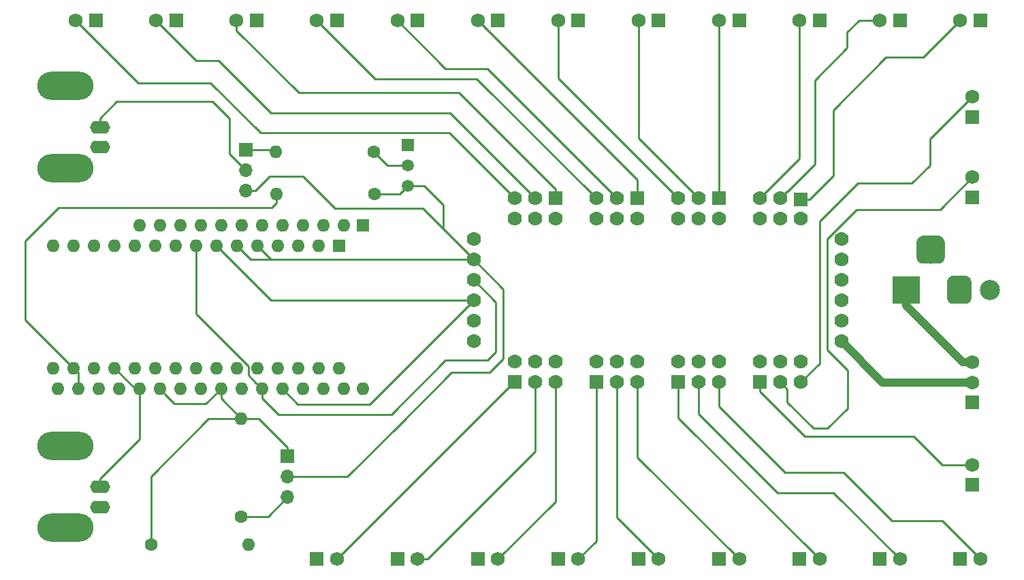
<source format=gbr>
G04 #@! TF.GenerationSoftware,KiCad,Pcbnew,(5.0.0)*
G04 #@! TF.CreationDate,2020-02-26T19:19:19+00:00*
G04 #@! TF.ProjectId,LED Zappelin,4C4544205A617070656C696E2E6B6963,rev?*
G04 #@! TF.SameCoordinates,Original*
G04 #@! TF.FileFunction,Copper,L1,Top,Signal*
G04 #@! TF.FilePolarity,Positive*
%FSLAX46Y46*%
G04 Gerber Fmt 4.6, Leading zero omitted, Abs format (unit mm)*
G04 Created by KiCad (PCBNEW (5.0.0)) date 02/26/20 19:19:19*
%MOMM*%
%LPD*%
G01*
G04 APERTURE LIST*
G04 #@! TA.AperFunction,ComponentPad*
%ADD10R,1.700000X1.700000*%
G04 #@! TD*
G04 #@! TA.AperFunction,ComponentPad*
%ADD11O,1.700000X1.700000*%
G04 #@! TD*
G04 #@! TA.AperFunction,ComponentPad*
%ADD12O,1.600000X1.600000*%
G04 #@! TD*
G04 #@! TA.AperFunction,ComponentPad*
%ADD13C,1.600000*%
G04 #@! TD*
G04 #@! TA.AperFunction,ComponentPad*
%ADD14R,1.500000X1.500000*%
G04 #@! TD*
G04 #@! TA.AperFunction,ComponentPad*
%ADD15C,1.500000*%
G04 #@! TD*
G04 #@! TA.AperFunction,ComponentPad*
%ADD16C,1.750000*%
G04 #@! TD*
G04 #@! TA.AperFunction,ComponentPad*
%ADD17R,1.750000X1.750000*%
G04 #@! TD*
G04 #@! TA.AperFunction,ComponentPad*
%ADD18R,1.600000X1.600000*%
G04 #@! TD*
G04 #@! TA.AperFunction,ComponentPad*
%ADD19C,1.778000*%
G04 #@! TD*
G04 #@! TA.AperFunction,ComponentPad*
%ADD20R,1.778000X1.778000*%
G04 #@! TD*
G04 #@! TA.AperFunction,ComponentPad*
%ADD21O,2.499360X1.600200*%
G04 #@! TD*
G04 #@! TA.AperFunction,ComponentPad*
%ADD22O,7.000240X3.500120*%
G04 #@! TD*
G04 #@! TA.AperFunction,ComponentPad*
%ADD23C,2.500000*%
G04 #@! TD*
G04 #@! TA.AperFunction,ComponentPad*
%ADD24R,3.500000X3.500000*%
G04 #@! TD*
G04 #@! TA.AperFunction,Conductor*
%ADD25C,0.100000*%
G04 #@! TD*
G04 #@! TA.AperFunction,ComponentPad*
%ADD26C,3.000000*%
G04 #@! TD*
G04 #@! TA.AperFunction,ComponentPad*
%ADD27C,3.500000*%
G04 #@! TD*
G04 #@! TA.AperFunction,Conductor*
%ADD28C,0.250000*%
G04 #@! TD*
G04 #@! TA.AperFunction,Conductor*
%ADD29C,1.000000*%
G04 #@! TD*
G04 APERTURE END LIST*
D10*
G04 #@! TO.P,,1*
G04 #@! TO.N,Net-(A1-Pad23)*
X95850000Y-103200000D03*
D11*
G04 #@! TO.P,,2*
X95850000Y-105740000D03*
G04 #@! TO.P,,3*
G04 #@! TO.N,Net-(A2-Pad20)*
X95850000Y-108280000D03*
G04 #@! TD*
D12*
G04 #@! TO.P,,2*
G04 #@! TO.N,Net-(Q1-Pad2)*
X94370000Y-65300000D03*
D13*
G04 #@! TO.P,,1*
X106550000Y-65300000D03*
G04 #@! TD*
D12*
G04 #@! TO.P,,2*
G04 #@! TO.N,Net-(A1-Pad16)*
X94470000Y-70600000D03*
D13*
G04 #@! TO.P,,1*
G04 #@! TO.N,Net-(A1-Pad23)*
X106650000Y-70600000D03*
G04 #@! TD*
D14*
G04 #@! TO.P,2N5089,1*
G04 #@! TO.N,GNDREF*
X110800000Y-64500000D03*
D15*
G04 #@! TO.P,2N5089,3*
G04 #@! TO.N,Net-(A1-Pad23)*
X110800000Y-69580000D03*
G04 #@! TO.P,2N5089,2*
G04 #@! TO.N,Net-(Q1-Pad2)*
X110800000Y-67040000D03*
G04 #@! TD*
D16*
G04 #@! TO.P,,2*
G04 #@! TO.N,Net-(J25-Pad1)*
X69500000Y-49000000D03*
D17*
G04 #@! TO.P,,1*
G04 #@! TO.N,Net-(J24-Pad1)*
X72000000Y-49000000D03*
G04 #@! TD*
D16*
G04 #@! TO.P,,2*
G04 #@! TO.N,Net-(J25-Pad1)*
X79500000Y-49000000D03*
D17*
G04 #@! TO.P,,1*
G04 #@! TO.N,Net-(J23-Pad1)*
X82000000Y-49000000D03*
G04 #@! TD*
D16*
G04 #@! TO.P,,2*
G04 #@! TO.N,Net-(J25-Pad1)*
X89500000Y-49000000D03*
D17*
G04 #@! TO.P,,1*
G04 #@! TO.N,Net-(J22-Pad1)*
X92000000Y-49000000D03*
G04 #@! TD*
D16*
G04 #@! TO.P,,2*
G04 #@! TO.N,Net-(J25-Pad1)*
X99500000Y-49000000D03*
D17*
G04 #@! TO.P,,1*
G04 #@! TO.N,Net-(J21-Pad1)*
X102000000Y-49000000D03*
G04 #@! TD*
D16*
G04 #@! TO.P,,2*
G04 #@! TO.N,Net-(J25-Pad1)*
X109500000Y-49000000D03*
D17*
G04 #@! TO.P,,1*
G04 #@! TO.N,Net-(J20-Pad1)*
X112000000Y-49000000D03*
G04 #@! TD*
D16*
G04 #@! TO.P,,2*
G04 #@! TO.N,Net-(J25-Pad1)*
X119500000Y-49000000D03*
D17*
G04 #@! TO.P,,1*
G04 #@! TO.N,Net-(J19-Pad1)*
X122000000Y-49000000D03*
G04 #@! TD*
D16*
G04 #@! TO.P,,2*
G04 #@! TO.N,Net-(J25-Pad1)*
X129500000Y-49000000D03*
D17*
G04 #@! TO.P,,1*
G04 #@! TO.N,Net-(J18-Pad1)*
X132000000Y-49000000D03*
G04 #@! TD*
D16*
G04 #@! TO.P,,2*
G04 #@! TO.N,Net-(J25-Pad1)*
X139500000Y-49000000D03*
D17*
G04 #@! TO.P,,1*
G04 #@! TO.N,Net-(J17-Pad1)*
X142000000Y-49000000D03*
G04 #@! TD*
D16*
G04 #@! TO.P,,2*
G04 #@! TO.N,Net-(J25-Pad1)*
X149500000Y-49000000D03*
D17*
G04 #@! TO.P,,1*
G04 #@! TO.N,Net-(J16-Pad1)*
X152000000Y-49000000D03*
G04 #@! TD*
D16*
G04 #@! TO.P,,2*
G04 #@! TO.N,Net-(J25-Pad1)*
X159500000Y-49000000D03*
D17*
G04 #@! TO.P,,1*
G04 #@! TO.N,Net-(J15-Pad1)*
X162000000Y-49000000D03*
G04 #@! TD*
D16*
G04 #@! TO.P,,2*
G04 #@! TO.N,Net-(J25-Pad1)*
X169500000Y-49000000D03*
D17*
G04 #@! TO.P,,1*
G04 #@! TO.N,Net-(J14-Pad1)*
X172000000Y-49000000D03*
G04 #@! TD*
D16*
G04 #@! TO.P,,2*
G04 #@! TO.N,Net-(J25-Pad1)*
X179500000Y-49000000D03*
D17*
G04 #@! TO.P,,1*
G04 #@! TO.N,Net-(J13-Pad1)*
X182000000Y-49000000D03*
G04 #@! TD*
G04 #@! TO.P,,1*
G04 #@! TO.N,Net-(J12-Pad1)*
X181000000Y-61000000D03*
D16*
G04 #@! TO.P,,2*
G04 #@! TO.N,Net-(J25-Pad1)*
X181000000Y-58500000D03*
G04 #@! TD*
D17*
G04 #@! TO.P,,1*
G04 #@! TO.N,Net-(J11-Pad1)*
X181000000Y-71000000D03*
D16*
G04 #@! TO.P,,2*
G04 #@! TO.N,Net-(J25-Pad1)*
X181000000Y-68500000D03*
G04 #@! TD*
D17*
G04 #@! TO.P,,1*
G04 #@! TO.N,Net-(J10-Pad1)*
X181000000Y-106750000D03*
D16*
G04 #@! TO.P,,2*
G04 #@! TO.N,Net-(J25-Pad1)*
X181000000Y-104250000D03*
G04 #@! TD*
G04 #@! TO.P,,2*
G04 #@! TO.N,Net-(J25-Pad1)*
X182000000Y-116000000D03*
D17*
G04 #@! TO.P,,1*
G04 #@! TO.N,Net-(J9-Pad1)*
X179500000Y-116000000D03*
G04 #@! TD*
D16*
G04 #@! TO.P,,2*
G04 #@! TO.N,Net-(J25-Pad1)*
X172000000Y-116000000D03*
D17*
G04 #@! TO.P,,1*
G04 #@! TO.N,Net-(J8-Pad1)*
X169500000Y-116000000D03*
G04 #@! TD*
D16*
G04 #@! TO.P,,2*
G04 #@! TO.N,Net-(J25-Pad1)*
X162000000Y-116000000D03*
D17*
G04 #@! TO.P,,1*
G04 #@! TO.N,Net-(J7-Pad1)*
X159500000Y-116000000D03*
G04 #@! TD*
D16*
G04 #@! TO.P,,2*
G04 #@! TO.N,Net-(J25-Pad1)*
X152000000Y-116000000D03*
D17*
G04 #@! TO.P,,1*
G04 #@! TO.N,Net-(J6-Pad1)*
X149500000Y-116000000D03*
G04 #@! TD*
D16*
G04 #@! TO.P,,2*
G04 #@! TO.N,Net-(J25-Pad1)*
X142000000Y-116000000D03*
D17*
G04 #@! TO.P,,1*
G04 #@! TO.N,Net-(J5-Pad1)*
X139500000Y-116000000D03*
G04 #@! TD*
D16*
G04 #@! TO.P,,2*
G04 #@! TO.N,Net-(J25-Pad1)*
X132000000Y-116000000D03*
D17*
G04 #@! TO.P,,1*
G04 #@! TO.N,Net-(J4-Pad1)*
X129500000Y-116000000D03*
G04 #@! TD*
D16*
G04 #@! TO.P,,2*
G04 #@! TO.N,Net-(J25-Pad1)*
X122000000Y-116000000D03*
D17*
G04 #@! TO.P,,1*
G04 #@! TO.N,Net-(J3-Pad1)*
X119500000Y-116000000D03*
G04 #@! TD*
D16*
G04 #@! TO.P,,2*
G04 #@! TO.N,Net-(J25-Pad1)*
X112000000Y-116000000D03*
D17*
G04 #@! TO.P,,1*
G04 #@! TO.N,Net-(J2-Pad1)*
X109500000Y-116000000D03*
G04 #@! TD*
G04 #@! TO.P,,1*
G04 #@! TO.N,Net-(J1-Pad1)*
X99500000Y-116000000D03*
D16*
G04 #@! TO.P,,2*
G04 #@! TO.N,Net-(J25-Pad1)*
X102000000Y-116000000D03*
G04 #@! TD*
D12*
G04 #@! TO.P,,2*
G04 #@! TO.N,GNDREF*
X91030000Y-114200000D03*
D13*
G04 #@! TO.P,,1*
G04 #@! TO.N,Net-(A1-Pad23)*
X78850000Y-114200000D03*
G04 #@! TD*
D18*
G04 #@! TO.P,,SDA/23*
G04 #@! TO.N,N/C*
X105250000Y-74500000D03*
D12*
G04 #@! TO.P,,NC*
G04 #@! TO.N,Net-(A1-Pad17)*
X72330000Y-94830000D03*
G04 #@! TO.P,,SCL/22*
G04 #@! TO.N,N/C*
X102810000Y-74500000D03*
G04 #@! TO.P,,18*
G04 #@! TO.N,GNDREF*
X74870000Y-94830000D03*
G04 #@! TO.P,,14/A6*
G04 #@! TO.N,N/C*
X100270000Y-74500000D03*
G04 #@! TO.P,,A0/26*
G04 #@! TO.N,Net-(A1-Pad19)*
X77410000Y-94830000D03*
G04 #@! TO.P,,32/A7*
G04 #@! TO.N,N/C*
X97730000Y-74500000D03*
G04 #@! TO.P,,A1/25*
G04 #@! TO.N,Net-(A1-Pad23)*
X79950000Y-94830000D03*
G04 #@! TO.P,,15/A8*
G04 #@! TO.N,N/C*
X95190000Y-74500000D03*
G04 #@! TO.P,,A2/34*
G04 #@! TO.N,Net-(A1-Pad21)*
X82490000Y-94830000D03*
G04 #@! TO.P,,33/A9*
G04 #@! TO.N,N/C*
X92650000Y-74500000D03*
G04 #@! TO.P,,A3/39*
G04 #@! TO.N,Net-(A1-Pad22)*
X85030000Y-94830000D03*
G04 #@! TO.P,,27/A10*
G04 #@! TO.N,N/C*
X90110000Y-74500000D03*
G04 #@! TO.P,,A4/36*
G04 #@! TO.N,Net-(A1-Pad23)*
X87570000Y-94830000D03*
G04 #@! TO.P,,12/A11*
G04 #@! TO.N,N/C*
X87570000Y-74500000D03*
G04 #@! TO.P,,A5/4*
G04 #@! TO.N,Net-(A1-Pad24)*
X90110000Y-94830000D03*
G04 #@! TO.P,,13/A12*
G04 #@! TO.N,N/C*
X85030000Y-74500000D03*
G04 #@! TO.P,,SCK/5*
G04 #@! TO.N,Net-(A1-Pad25)*
X92650000Y-94830000D03*
G04 #@! TO.P,,USB*
G04 #@! TO.N,N/C*
X82490000Y-74500000D03*
G04 #@! TO.P,,MOSI/18*
G04 #@! TO.N,Net-(A1-Pad26)*
X95190000Y-94830000D03*
G04 #@! TO.P,,En*
G04 #@! TO.N,N/C*
X79950000Y-74500000D03*
G04 #@! TO.P,,MISO/19*
G04 #@! TO.N,Net-(A1-Pad27)*
X97730000Y-94830000D03*
G04 #@! TO.P,,BAT*
G04 #@! TO.N,N/C*
X77410000Y-74500000D03*
G04 #@! TO.P,,RX/16*
G04 #@! TO.N,Net-(A1-Pad28)*
X100270000Y-94830000D03*
G04 #@! TO.P,,TX/17*
G04 #@! TO.N,N/C*
X102810000Y-94830000D03*
G04 #@! TO.P,,21*
G04 #@! TO.N,Net-(A1-Pad30)*
X105250000Y-94830000D03*
G04 #@! TO.P,,3V*
G04 #@! TO.N,Net-(A1-Pad16)*
X69790000Y-94830000D03*
G04 #@! TO.P,,RST*
G04 #@! TO.N,N/C*
X67250000Y-94830000D03*
G04 #@! TD*
D19*
G04 #@! TO.P,,25*
G04 #@! TO.N,Net-(J21-Pad1)*
X134255000Y-73660000D03*
G04 #@! TO.P,,*
G04 #@! TO.N,Net-(J25-Pad1)*
X134255000Y-71120000D03*
G04 #@! TO.P,,26*
G04 #@! TO.N,Net-(J22-Pad1)*
X129175000Y-73660000D03*
G04 #@! TO.P,,*
G04 #@! TO.N,Net-(J25-Pad1)*
X126635000Y-71120000D03*
G04 #@! TO.P,,27*
G04 #@! TO.N,Net-(J23-Pad1)*
X126635000Y-73660000D03*
G04 #@! TO.P,,*
G04 #@! TO.N,Net-(J25-Pad1)*
X124095000Y-71120000D03*
G04 #@! TO.P,,28*
G04 #@! TO.N,Net-(J24-Pad1)*
X124095000Y-73660000D03*
G04 #@! TO.P,,*
G04 #@! TO.N,Net-(J25-Pad1)*
X136795000Y-71120000D03*
G04 #@! TO.P,,24*
G04 #@! TO.N,Net-(J20-Pad1)*
X136795000Y-73660000D03*
G04 #@! TO.P,,23*
G04 #@! TO.N,Net-(J19-Pad1)*
X139335000Y-73660000D03*
G04 #@! TO.P,,*
G04 #@! TO.N,Net-(J25-Pad1)*
X146955000Y-71120000D03*
X144415000Y-71120000D03*
G04 #@! TO.P,,22*
G04 #@! TO.N,Net-(J18-Pad1)*
X144415000Y-73660000D03*
G04 #@! TO.P,,21*
G04 #@! TO.N,Net-(J17-Pad1)*
X146955000Y-73660000D03*
G04 #@! TO.P,,20*
G04 #@! TO.N,Net-(J16-Pad1)*
X149495000Y-73660000D03*
G04 #@! TO.P,,19*
G04 #@! TO.N,Net-(J15-Pad1)*
X154575000Y-73660000D03*
G04 #@! TO.P,,*
G04 #@! TO.N,Net-(J25-Pad1)*
X154575000Y-71120000D03*
X157115000Y-71120000D03*
G04 #@! TO.P,,18*
G04 #@! TO.N,Net-(J14-Pad1)*
X157115000Y-73660000D03*
G04 #@! TO.P,,17*
G04 #@! TO.N,Net-(J13-Pad1)*
X159655000Y-73660000D03*
G04 #@! TO.P,,16*
G04 #@! TO.N,Net-(J12-Pad1)*
X159655000Y-91440000D03*
G04 #@! TO.P,,*
G04 #@! TO.N,Net-(J25-Pad1)*
X159655000Y-93980000D03*
X157115000Y-93980000D03*
G04 #@! TO.P,,15*
G04 #@! TO.N,Net-(J11-Pad1)*
X157115000Y-91440000D03*
G04 #@! TO.P,,14*
G04 #@! TO.N,Net-(J10-Pad1)*
X154575000Y-91440000D03*
G04 #@! TO.P,,*
G04 #@! TO.N,Net-(J25-Pad1)*
X149495000Y-93980000D03*
X146955000Y-93980000D03*
G04 #@! TO.P,,13*
G04 #@! TO.N,Net-(J9-Pad1)*
X149495000Y-91440000D03*
G04 #@! TO.P,,12*
G04 #@! TO.N,Net-(J8-Pad1)*
X146955000Y-91440000D03*
G04 #@! TO.P,,11*
G04 #@! TO.N,Net-(J7-Pad1)*
X144415000Y-91440000D03*
D20*
G04 #@! TO.P,,*
G04 #@! TO.N,Net-(J25-Pad1)*
X129175000Y-71120000D03*
X139335000Y-71120000D03*
X149495000Y-71120000D03*
X159655000Y-71250000D03*
X154575000Y-93980000D03*
X144415000Y-93980000D03*
D19*
X139335000Y-93980000D03*
X136795000Y-93980000D03*
D20*
X134255000Y-93980000D03*
D19*
G04 #@! TO.P,,10*
G04 #@! TO.N,Net-(J6-Pad1)*
X139335000Y-91440000D03*
G04 #@! TO.P,,9*
G04 #@! TO.N,Net-(J5-Pad1)*
X136795000Y-91440000D03*
G04 #@! TO.P,,8*
G04 #@! TO.N,Net-(J4-Pad1)*
X134255000Y-91440000D03*
G04 #@! TO.P,,*
G04 #@! TO.N,Net-(J25-Pad1)*
X129175000Y-93980000D03*
X126635000Y-93980000D03*
D20*
X124095000Y-93980000D03*
D19*
G04 #@! TO.P,,7*
G04 #@! TO.N,Net-(J3-Pad1)*
X129175000Y-91440000D03*
G04 #@! TO.P,,6*
G04 #@! TO.N,Net-(J2-Pad1)*
X126635000Y-91440000D03*
G04 #@! TO.P,,5*
G04 #@! TO.N,Net-(J1-Pad1)*
X124095000Y-91440000D03*
G04 #@! TO.P,,30*
G04 #@! TO.N,Net-(A1-Pad30)*
X119015000Y-76200000D03*
G04 #@! TO.P,,2*
G04 #@! TO.N,Net-(A1-Pad23)*
X119015000Y-78740000D03*
G04 #@! TO.P,,3*
G04 #@! TO.N,Net-(A1-Pad25)*
X119015000Y-81280000D03*
G04 #@! TO.P,,4*
G04 #@! TO.N,Net-(A1-Pad26)*
X119015000Y-83820000D03*
G04 #@! TO.P,,1*
G04 #@! TO.N,GNDREF*
X119015000Y-86370000D03*
G04 #@! TO.P,,32*
G04 #@! TO.N,Net-(J25-Pad1)*
X119015000Y-88890000D03*
X164735000Y-88900000D03*
G04 #@! TO.P,,*
G04 #@! TO.N,GNDREF*
X164735000Y-86360000D03*
G04 #@! TO.N,*
X164735000Y-83820000D03*
X164735000Y-81280000D03*
X164735000Y-78740000D03*
X164735000Y-76200000D03*
G04 #@! TD*
D21*
G04 #@! TO.P,,2*
G04 #@! TO.N,GNDREF*
X72501260Y-64749360D03*
G04 #@! TO.P,,1*
G04 #@! TO.N,Net-(A1-Pad23)*
X72501260Y-62250000D03*
D22*
G04 #@! TO.P,,2*
G04 #@! TO.N,GNDREF*
X68236600Y-57149680D03*
X68236600Y-67347780D03*
G04 #@! TD*
D23*
G04 #@! TO.P,J2,4*
G04 #@! TO.N,N/C*
X183175000Y-82500000D03*
D24*
G04 #@! TO.P,J2,1*
G04 #@! TO.N,Net-(J2-Pad1)*
X172775000Y-82500000D03*
D25*
G04 #@! TD*
G04 #@! TO.N,GNDREF*
G04 #@! TO.C,J2*
G36*
X180198513Y-80753611D02*
X180271318Y-80764411D01*
X180342714Y-80782295D01*
X180412013Y-80807090D01*
X180478548Y-80838559D01*
X180541678Y-80876398D01*
X180600795Y-80920242D01*
X180655330Y-80969670D01*
X180704758Y-81024205D01*
X180748602Y-81083322D01*
X180786441Y-81146452D01*
X180817910Y-81212987D01*
X180842705Y-81282286D01*
X180860589Y-81353682D01*
X180871389Y-81426487D01*
X180875000Y-81500000D01*
X180875000Y-83500000D01*
X180871389Y-83573513D01*
X180860589Y-83646318D01*
X180842705Y-83717714D01*
X180817910Y-83787013D01*
X180786441Y-83853548D01*
X180748602Y-83916678D01*
X180704758Y-83975795D01*
X180655330Y-84030330D01*
X180600795Y-84079758D01*
X180541678Y-84123602D01*
X180478548Y-84161441D01*
X180412013Y-84192910D01*
X180342714Y-84217705D01*
X180271318Y-84235589D01*
X180198513Y-84246389D01*
X180125000Y-84250000D01*
X178625000Y-84250000D01*
X178551487Y-84246389D01*
X178478682Y-84235589D01*
X178407286Y-84217705D01*
X178337987Y-84192910D01*
X178271452Y-84161441D01*
X178208322Y-84123602D01*
X178149205Y-84079758D01*
X178094670Y-84030330D01*
X178045242Y-83975795D01*
X178001398Y-83916678D01*
X177963559Y-83853548D01*
X177932090Y-83787013D01*
X177907295Y-83717714D01*
X177889411Y-83646318D01*
X177878611Y-83573513D01*
X177875000Y-83500000D01*
X177875000Y-81500000D01*
X177878611Y-81426487D01*
X177889411Y-81353682D01*
X177907295Y-81282286D01*
X177932090Y-81212987D01*
X177963559Y-81146452D01*
X178001398Y-81083322D01*
X178045242Y-81024205D01*
X178094670Y-80969670D01*
X178149205Y-80920242D01*
X178208322Y-80876398D01*
X178271452Y-80838559D01*
X178337987Y-80807090D01*
X178407286Y-80782295D01*
X178478682Y-80764411D01*
X178551487Y-80753611D01*
X178625000Y-80750000D01*
X180125000Y-80750000D01*
X180198513Y-80753611D01*
X180198513Y-80753611D01*
G37*
D26*
G04 #@! TO.P,J2,2*
G04 #@! TO.N,GNDREF*
X179375000Y-82500000D03*
D25*
G04 #@! TD*
G04 #@! TO.N,GNDREF*
G04 #@! TO.C,J2*
G36*
X176785765Y-75754213D02*
X176870704Y-75766813D01*
X176953999Y-75787677D01*
X177034848Y-75816605D01*
X177112472Y-75853319D01*
X177186124Y-75897464D01*
X177255094Y-75948616D01*
X177318718Y-76006282D01*
X177376384Y-76069906D01*
X177427536Y-76138876D01*
X177471681Y-76212528D01*
X177508395Y-76290152D01*
X177537323Y-76371001D01*
X177558187Y-76454296D01*
X177570787Y-76539235D01*
X177575000Y-76625000D01*
X177575000Y-78375000D01*
X177570787Y-78460765D01*
X177558187Y-78545704D01*
X177537323Y-78628999D01*
X177508395Y-78709848D01*
X177471681Y-78787472D01*
X177427536Y-78861124D01*
X177376384Y-78930094D01*
X177318718Y-78993718D01*
X177255094Y-79051384D01*
X177186124Y-79102536D01*
X177112472Y-79146681D01*
X177034848Y-79183395D01*
X176953999Y-79212323D01*
X176870704Y-79233187D01*
X176785765Y-79245787D01*
X176700000Y-79250000D01*
X174950000Y-79250000D01*
X174864235Y-79245787D01*
X174779296Y-79233187D01*
X174696001Y-79212323D01*
X174615152Y-79183395D01*
X174537528Y-79146681D01*
X174463876Y-79102536D01*
X174394906Y-79051384D01*
X174331282Y-78993718D01*
X174273616Y-78930094D01*
X174222464Y-78861124D01*
X174178319Y-78787472D01*
X174141605Y-78709848D01*
X174112677Y-78628999D01*
X174091813Y-78545704D01*
X174079213Y-78460765D01*
X174075000Y-78375000D01*
X174075000Y-76625000D01*
X174079213Y-76539235D01*
X174091813Y-76454296D01*
X174112677Y-76371001D01*
X174141605Y-76290152D01*
X174178319Y-76212528D01*
X174222464Y-76138876D01*
X174273616Y-76069906D01*
X174331282Y-76006282D01*
X174394906Y-75948616D01*
X174463876Y-75897464D01*
X174537528Y-75853319D01*
X174615152Y-75816605D01*
X174696001Y-75787677D01*
X174779296Y-75766813D01*
X174864235Y-75754213D01*
X174950000Y-75750000D01*
X176700000Y-75750000D01*
X176785765Y-75754213D01*
X176785765Y-75754213D01*
G37*
D27*
G04 #@! TO.P,J2,3*
G04 #@! TO.N,GNDREF*
X175825000Y-77500000D03*
G04 #@! TD*
D22*
G04 #@! TO.P,,2*
G04 #@! TO.N,GNDREF*
X68236600Y-112097780D03*
X68236600Y-101899680D03*
D21*
G04 #@! TO.P,,1*
G04 #@! TO.N,Net-(A1-Pad19)*
X72501260Y-107000000D03*
G04 #@! TO.P,,2*
G04 #@! TO.N,GNDREF*
X72501260Y-109499360D03*
G04 #@! TD*
D12*
G04 #@! TO.P,,D13*
G04 #@! TO.N,N/C*
X66690000Y-92240000D03*
G04 #@! TO.P,,D12*
X66690000Y-77000000D03*
G04 #@! TO.P,,Vin*
X102250000Y-92240000D03*
G04 #@! TO.P,,D11*
X69230000Y-77000000D03*
G04 #@! TO.P,,GND*
G04 #@! TO.N,GNDREF*
X99710000Y-92240000D03*
G04 #@! TO.P,,D10*
G04 #@! TO.N,N/C*
X71770000Y-77000000D03*
G04 #@! TO.P,,RST*
X97170000Y-92240000D03*
G04 #@! TO.P,,D9*
X74310000Y-77000000D03*
G04 #@! TO.P,,5V*
X94630000Y-92240000D03*
G04 #@! TO.P,,D8*
X76850000Y-77000000D03*
G04 #@! TO.P,,A7*
X92090000Y-92240000D03*
G04 #@! TO.P,,D7*
X79390000Y-77000000D03*
G04 #@! TO.P,,A6*
X89550000Y-92240000D03*
G04 #@! TO.P,,D6*
G04 #@! TO.N,Net-(A1-Pad30)*
X81930000Y-77000000D03*
G04 #@! TO.P,,A5*
G04 #@! TO.N,N/C*
X87010000Y-92240000D03*
G04 #@! TO.P,,D5*
G04 #@! TO.N,Net-(A1-Pad25)*
X84470000Y-77000000D03*
G04 #@! TO.P,,A4*
G04 #@! TO.N,N/C*
X84470000Y-92240000D03*
G04 #@! TO.P,,D4*
G04 #@! TO.N,Net-(A1-Pad26)*
X87010000Y-77000000D03*
G04 #@! TO.P,,A3*
G04 #@! TO.N,N/C*
X81930000Y-92240000D03*
G04 #@! TO.P,,D3*
G04 #@! TO.N,Net-(A1-Pad23)*
X89550000Y-77000000D03*
G04 #@! TO.P,,A2*
G04 #@! TO.N,N/C*
X79390000Y-92240000D03*
G04 #@! TO.P,,D2*
G04 #@! TO.N,Net-(A1-Pad23)*
X92090000Y-77000000D03*
G04 #@! TO.P,,A1*
G04 #@! TO.N,N/C*
X76850000Y-92240000D03*
G04 #@! TO.P,,GND*
G04 #@! TO.N,GNDREF*
X94630000Y-77000000D03*
G04 #@! TO.P,,A0*
G04 #@! TO.N,Net-(A1-Pad19)*
X74310000Y-92240000D03*
G04 #@! TO.P,,RST*
G04 #@! TO.N,N/C*
X97170000Y-77000000D03*
G04 #@! TO.P,,REF*
X71770000Y-92240000D03*
G04 #@! TO.P,,RX0*
X99710000Y-77000000D03*
G04 #@! TO.P,,3V3*
G04 #@! TO.N,Net-(A1-Pad16)*
X69230000Y-92240000D03*
D18*
G04 #@! TO.P,,TX1*
G04 #@! TO.N,N/C*
X102250000Y-77000000D03*
G04 #@! TD*
D13*
G04 #@! TO.P,,1*
G04 #@! TO.N,Net-(A2-Pad20)*
X90100000Y-110700000D03*
D12*
G04 #@! TO.P,,2*
G04 #@! TO.N,Net-(A1-Pad23)*
X90100000Y-98520000D03*
G04 #@! TD*
D17*
G04 #@! TO.P,,1*
G04 #@! TO.N,GNDREF*
X181000000Y-96500000D03*
D16*
G04 #@! TO.P,,2*
G04 #@! TO.N,Net-(J25-Pad1)*
X181000000Y-94000000D03*
G04 #@! TO.P,,3*
X181000000Y-91500000D03*
G04 #@! TD*
D11*
G04 #@! TO.P,,3*
G04 #@! TO.N,Net-(A1-Pad23)*
X90650000Y-70180000D03*
G04 #@! TO.P,,2*
X90650000Y-67640000D03*
D10*
G04 #@! TO.P,,1*
G04 #@! TO.N,Net-(Q1-Pad2)*
X90650000Y-65100000D03*
G04 #@! TD*
D28*
G04 #@! TO.N,Net-(A1-Pad19)*
X77410000Y-101041160D02*
X77410000Y-94830000D01*
X72501260Y-107000000D02*
X72501260Y-105949900D01*
X72501260Y-105949900D02*
X77410000Y-101041160D01*
X76900000Y-94830000D02*
X77410000Y-94830000D01*
X74310000Y-92240000D02*
X76900000Y-94830000D01*
G04 #@! TO.N,Net-(A1-Pad23)*
X105000000Y-78740000D02*
X119015000Y-78740000D01*
X89550000Y-77000000D02*
X91290000Y-78740000D01*
X103660000Y-78740000D02*
X104000000Y-78740000D01*
X104000000Y-78740000D02*
X105000000Y-78740000D01*
X122700009Y-82425009D02*
X122700009Y-91038269D01*
X119015000Y-78740000D02*
X122700009Y-82425009D01*
X122700009Y-91038269D02*
X120988278Y-92750000D01*
X120988278Y-92750000D02*
X116250000Y-92750000D01*
X116250000Y-92750000D02*
X109750000Y-99250000D01*
X93830000Y-78740000D02*
X94250000Y-78740000D01*
X92090000Y-77000000D02*
X93830000Y-78740000D01*
X91290000Y-78740000D02*
X94250000Y-78740000D01*
X94250000Y-78740000D02*
X104000000Y-78740000D01*
X85700000Y-96700000D02*
X87570000Y-94830000D01*
X81800000Y-96700000D02*
X85700000Y-96700000D01*
X80749999Y-95649999D02*
X81800000Y-96700000D01*
X79950000Y-94830000D02*
X80749999Y-95629999D01*
X80749999Y-95629999D02*
X80749999Y-95649999D01*
X72501260Y-62250000D02*
X72950840Y-62250000D01*
X88600000Y-65590000D02*
X90650000Y-67640000D01*
X88600000Y-63750000D02*
X88600000Y-65590000D01*
X111860660Y-69580000D02*
X111880660Y-69600000D01*
X110800000Y-69580000D02*
X111860660Y-69580000D01*
X111880660Y-69600000D02*
X112800000Y-69600000D01*
X115175000Y-71975000D02*
X115175000Y-74900000D01*
X112800000Y-69600000D02*
X115175000Y-71975000D01*
X109780000Y-70600000D02*
X110800000Y-69580000D01*
X106650000Y-70600000D02*
X109780000Y-70600000D01*
X91852081Y-70180000D02*
X93632081Y-68400000D01*
X90650000Y-70180000D02*
X91852081Y-70180000D01*
X93632081Y-68400000D02*
X97750000Y-68400000D01*
X97750000Y-68400000D02*
X101750000Y-72400000D01*
X112675000Y-72400000D02*
X115350000Y-75075000D01*
X101750000Y-72400000D02*
X112675000Y-72400000D01*
X119015000Y-78740000D02*
X115350000Y-75075000D01*
X115350000Y-75075000D02*
X115175000Y-74900000D01*
X72501260Y-61199900D02*
X74601160Y-59100000D01*
X72501260Y-62250000D02*
X72501260Y-61199900D01*
X74601160Y-59100000D02*
X86550000Y-59100000D01*
X88600000Y-61150000D02*
X88600000Y-65590000D01*
X86550000Y-59100000D02*
X88600000Y-61150000D01*
X97052081Y-105740000D02*
X97062081Y-105750000D01*
X95850000Y-105740000D02*
X97052081Y-105740000D01*
X103250000Y-105750000D02*
X109750000Y-99250000D01*
X97062081Y-105750000D02*
X103250000Y-105750000D01*
X95850000Y-102604998D02*
X95850000Y-103200000D01*
X78850000Y-105700000D02*
X78850000Y-114200000D01*
X86030000Y-98520000D02*
X78850000Y-105700000D01*
X86030000Y-98520000D02*
X90100000Y-98520000D01*
X91231370Y-98520000D02*
X90100000Y-98520000D01*
X92270000Y-98520000D02*
X91231370Y-98520000D01*
X95850000Y-102100000D02*
X92270000Y-98520000D01*
X95850000Y-103200000D02*
X95850000Y-102100000D01*
X87570000Y-95990000D02*
X87570000Y-94830000D01*
X90100000Y-98520000D02*
X87570000Y-95990000D01*
G04 #@! TO.N,Net-(A1-Pad25)*
X91850001Y-94030001D02*
X92650000Y-94830000D01*
X90964999Y-93144999D02*
X91850001Y-94030001D01*
X90964999Y-91989997D02*
X90964999Y-93144999D01*
X84470000Y-85494998D02*
X90964999Y-91989997D01*
X84470000Y-77000000D02*
X84470000Y-85494998D01*
X92650000Y-95961370D02*
X92650000Y-94830000D01*
X94688630Y-98000000D02*
X92650000Y-95961370D01*
X119015000Y-81280000D02*
X121750000Y-84015000D01*
X121750000Y-84015000D02*
X121750000Y-90250000D01*
X121750000Y-90250000D02*
X120750000Y-91250000D01*
X120750000Y-91250000D02*
X115500000Y-91250000D01*
X115500000Y-91250000D02*
X108750000Y-98000000D01*
X108750000Y-98000000D02*
X94688630Y-98000000D01*
G04 #@! TO.N,Net-(A1-Pad26)*
X106200000Y-83820000D02*
X119015000Y-83820000D01*
X95190000Y-94830000D02*
X97110000Y-96750000D01*
X106085000Y-96750000D02*
X119015000Y-83820000D01*
X97110000Y-96750000D02*
X106085000Y-96750000D01*
X93830000Y-83820000D02*
X106200000Y-83820000D01*
X87010000Y-77000000D02*
X93830000Y-83820000D01*
G04 #@! TO.N,Net-(A1-Pad16)*
X69790000Y-92800000D02*
X69230000Y-92240000D01*
X69790000Y-94830000D02*
X69790000Y-92800000D01*
X63250000Y-86260000D02*
X69230000Y-92240000D01*
X63250000Y-76400000D02*
X63250000Y-86260000D01*
X67350000Y-72300000D02*
X63250000Y-76400000D01*
X93901370Y-72300000D02*
X67350000Y-72300000D01*
X94470000Y-70600000D02*
X94470000Y-71731370D01*
X94470000Y-71731370D02*
X93901370Y-72300000D01*
G04 #@! TO.N,Net-(J25-Pad1)*
X146500000Y-70665000D02*
X146955000Y-71120000D01*
D29*
X179775000Y-91500000D02*
X181000000Y-91500000D01*
X172775000Y-84500000D02*
X179775000Y-91500000D01*
X172775000Y-82500000D02*
X172775000Y-84500000D01*
X169835000Y-94000000D02*
X164735000Y-88900000D01*
X181000000Y-94000000D02*
X169835000Y-94000000D01*
D28*
X124020000Y-93980000D02*
X124095000Y-93980000D01*
X102000000Y-116000000D02*
X124020000Y-93980000D01*
X126635000Y-95237235D02*
X126635000Y-93980000D01*
X126635000Y-102602436D02*
X126635000Y-95237235D01*
X113237436Y-116000000D02*
X126635000Y-102602436D01*
X112000000Y-116000000D02*
X113237436Y-116000000D01*
X129175000Y-108825000D02*
X122000000Y-116000000D01*
X129175000Y-93980000D02*
X129175000Y-108825000D01*
X134255000Y-113745000D02*
X132000000Y-116000000D01*
X134255000Y-93980000D02*
X134255000Y-113745000D01*
X136795000Y-110795000D02*
X142000000Y-116000000D01*
X136795000Y-93980000D02*
X136795000Y-110795000D01*
X139335000Y-103335000D02*
X152000000Y-116000000D01*
X139335000Y-93980000D02*
X139335000Y-103335000D01*
X144415000Y-98415000D02*
X162000000Y-116000000D01*
X144415000Y-93980000D02*
X144415000Y-98415000D01*
X146955000Y-93980000D02*
X146955000Y-97955000D01*
X146955000Y-97955000D02*
X156750000Y-107750000D01*
X163750000Y-107750000D02*
X172000000Y-116000000D01*
X156750000Y-107750000D02*
X163750000Y-107750000D01*
X149495000Y-93980000D02*
X149495000Y-96995000D01*
X149495000Y-96995000D02*
X157750000Y-105250000D01*
X157750000Y-105250000D02*
X165000000Y-105250000D01*
X165000000Y-105250000D02*
X171000000Y-111250000D01*
X177250000Y-111250000D02*
X182000000Y-116000000D01*
X171000000Y-111250000D02*
X177250000Y-111250000D01*
X154575000Y-95119000D02*
X160206000Y-100750000D01*
X154575000Y-93980000D02*
X154575000Y-95119000D01*
X160206000Y-100750000D02*
X173750000Y-100750000D01*
X177250000Y-104250000D02*
X181000000Y-104250000D01*
X173750000Y-100750000D02*
X177250000Y-104250000D01*
X69500000Y-49000000D02*
X77250000Y-56750000D01*
X77250000Y-56750000D02*
X86250000Y-56750000D01*
X86250000Y-56750000D02*
X92500000Y-63000000D01*
X115975000Y-63000000D02*
X124095000Y-71120000D01*
X92500000Y-63000000D02*
X115975000Y-63000000D01*
X84500000Y-54000000D02*
X87250000Y-54000000D01*
X79500000Y-49000000D02*
X84500000Y-54000000D01*
X87250000Y-54000000D02*
X93750000Y-60500000D01*
X116015000Y-60500000D02*
X126635000Y-71120000D01*
X93750000Y-60500000D02*
X116015000Y-60500000D01*
X129175000Y-69981000D02*
X129175000Y-71120000D01*
X117194000Y-58000000D02*
X129175000Y-69981000D01*
X97250000Y-58000000D02*
X117194000Y-58000000D01*
X89500000Y-50250000D02*
X97250000Y-58000000D01*
X89500000Y-49000000D02*
X89500000Y-50250000D01*
X99500000Y-49000000D02*
X106750000Y-56250000D01*
X119385000Y-56250000D02*
X134255000Y-71120000D01*
X106750000Y-56250000D02*
X119385000Y-56250000D01*
X120675000Y-55000000D02*
X136795000Y-71120000D01*
X109500000Y-49000000D02*
X115500000Y-55000000D01*
X115500000Y-55000000D02*
X120675000Y-55000000D01*
X139335000Y-68835000D02*
X139335000Y-71120000D01*
X119500000Y-49000000D02*
X139335000Y-68835000D01*
X129500000Y-56205000D02*
X144415000Y-71120000D01*
X129500000Y-49000000D02*
X129500000Y-56205000D01*
X139500000Y-63665000D02*
X146955000Y-71120000D01*
X139500000Y-49000000D02*
X139500000Y-63665000D01*
X149500000Y-71115000D02*
X149495000Y-71120000D01*
X149500000Y-49000000D02*
X149500000Y-71115000D01*
X159500000Y-66195000D02*
X154575000Y-71120000D01*
X159500000Y-49000000D02*
X159500000Y-66195000D01*
X177000000Y-72500000D02*
X181000000Y-68500000D01*
X163000000Y-76138278D02*
X166638278Y-72500000D01*
X165500000Y-92500000D02*
X163000000Y-90000000D01*
X158003999Y-94868999D02*
X158003999Y-96503999D01*
X157115000Y-93980000D02*
X158003999Y-94868999D01*
X163000000Y-90000000D02*
X163000000Y-76138278D01*
X158003999Y-96503999D02*
X161250000Y-99750000D01*
X161250000Y-99750000D02*
X163000000Y-99750000D01*
X163000000Y-99750000D02*
X165500000Y-97250000D01*
X166638278Y-72500000D02*
X177000000Y-72500000D01*
X165500000Y-97250000D02*
X165500000Y-92500000D01*
X159655000Y-93980000D02*
X162000000Y-91635000D01*
X162000000Y-91635000D02*
X162000000Y-74000000D01*
X162000000Y-74000000D02*
X166750000Y-69250000D01*
X166750000Y-69250000D02*
X173500000Y-69250000D01*
X173500000Y-69250000D02*
X175750000Y-67000000D01*
X175750000Y-63750000D02*
X181000000Y-58500000D01*
X175750000Y-67000000D02*
X175750000Y-63750000D01*
X158003999Y-70231001D02*
X158018999Y-70231001D01*
X157115000Y-71120000D02*
X158003999Y-70231001D01*
X158018999Y-70231001D02*
X161400000Y-66850000D01*
X161400000Y-66850000D02*
X161400000Y-56450000D01*
X161400000Y-56450000D02*
X165450000Y-52400000D01*
X165450000Y-52400000D02*
X165450000Y-50450000D01*
X166900000Y-49000000D02*
X169500000Y-49000000D01*
X165450000Y-50450000D02*
X166900000Y-49000000D01*
X160794000Y-71250000D02*
X163700000Y-68344000D01*
X159655000Y-71250000D02*
X160794000Y-71250000D01*
X163700000Y-68344000D02*
X163700000Y-60150000D01*
X163700000Y-60150000D02*
X170250000Y-53600000D01*
X174900000Y-53600000D02*
X179500000Y-49000000D01*
X170250000Y-53600000D02*
X174900000Y-53600000D01*
G04 #@! TO.N,Net-(Q1-Pad2)*
X94170000Y-65100000D02*
X94370000Y-65300000D01*
X90650000Y-65100000D02*
X94170000Y-65100000D01*
X108290000Y-67040000D02*
X110800000Y-67040000D01*
X106550000Y-65300000D02*
X108290000Y-67040000D01*
G04 #@! TO.N,Net-(A2-Pad20)*
X93430000Y-110700000D02*
X95850000Y-108280000D01*
X90100000Y-110700000D02*
X93430000Y-110700000D01*
G04 #@! TD*
M02*

</source>
